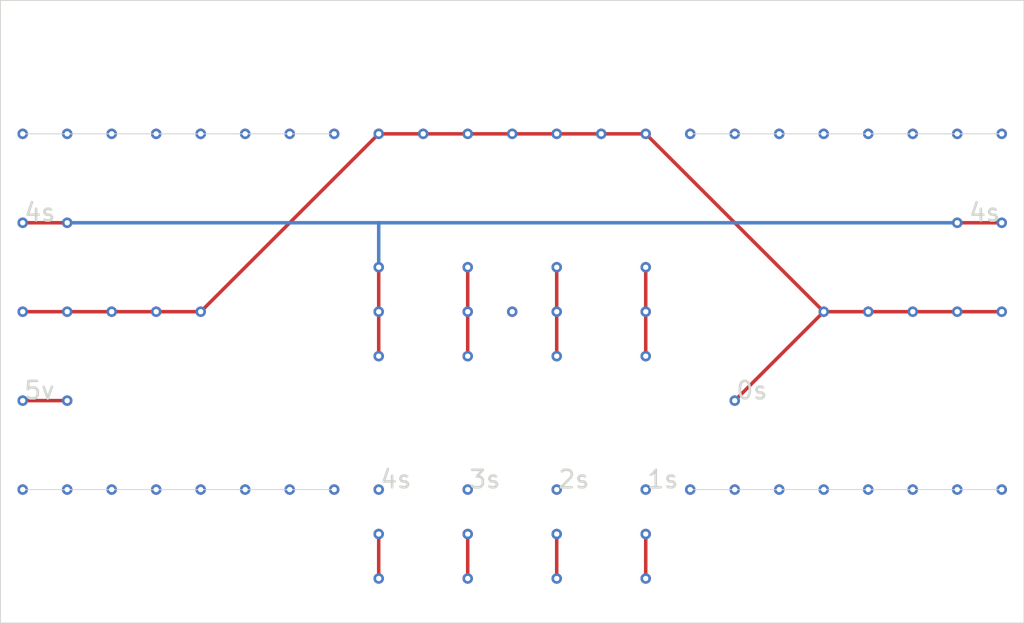
<source format=kicad_pcb>
(kicad_pcb
	(version 20240108)
	(generator "pcbnew")
	(generator_version "8.0")
	(general
		(thickness 1.6)
		(legacy_teardrops no)
	)
	(paper "A4")
	(layers
		(0 "F.Cu" signal)
		(31 "B.Cu" signal)
		(32 "B.Adhes" user "B.Adhesive")
		(33 "F.Adhes" user "F.Adhesive")
		(34 "B.Paste" user)
		(35 "F.Paste" user)
		(36 "B.SilkS" user "B.Silkscreen")
		(37 "F.SilkS" user "F.Silkscreen")
		(38 "B.Mask" user)
		(39 "F.Mask" user)
		(40 "Dwgs.User" user "User.Drawings")
		(41 "Cmts.User" user "User.Comments")
		(42 "Eco1.User" user "User.Eco1")
		(43 "Eco2.User" user "User.Eco2")
		(44 "Edge.Cuts" user)
		(45 "Margin" user)
		(46 "B.CrtYd" user "B.Courtyard")
		(47 "F.CrtYd" user "F.Courtyard")
		(48 "B.Fab" user)
		(49 "F.Fab" user)
		(50 "User.1" user)
		(51 "User.2" user)
		(52 "User.3" user)
		(53 "User.4" user)
		(54 "User.5" user)
		(55 "User.6" user)
		(56 "User.7" user)
		(57 "User.8" user)
		(58 "User.9" user)
	)
	(setup
		(pad_to_mask_clearance 0)
		(allow_soldermask_bridges_in_footprints no)
		(pcbplotparams
			(layerselection 0x00010fc_ffffffff)
			(plot_on_all_layers_selection 0x0000000_00000000)
			(disableapertmacros no)
			(usegerberextensions no)
			(usegerberattributes yes)
			(usegerberadvancedattributes yes)
			(creategerberjobfile yes)
			(dashed_line_dash_ratio 12.000000)
			(dashed_line_gap_ratio 3.000000)
			(svgprecision 4)
			(plotframeref no)
			(viasonmask no)
			(mode 1)
			(useauxorigin no)
			(hpglpennumber 1)
			(hpglpenspeed 20)
			(hpglpendiameter 15.000000)
			(pdf_front_fp_property_popups yes)
			(pdf_back_fp_property_popups yes)
			(dxfpolygonmode yes)
			(dxfimperialunits yes)
			(dxfusepcbnewfont yes)
			(psnegative no)
			(psa4output no)
			(plotreference yes)
			(plotvalue yes)
			(plotfptext yes)
			(plotinvisibletext no)
			(sketchpadsonfab no)
			(subtractmaskfromsilk no)
			(outputformat 1)
			(mirror no)
			(drillshape 1)
			(scaleselection 1)
			(outputdirectory "")
		)
	)
	(net 0 "")
	(gr_line
		(start 182.88 88.9)
		(end 165.1 88.9)
		(stroke
			(width 0.05)
			(type default)
		)
		(layer "Edge.Cuts")
		(uuid "2073f8fa-1799-4602-a168-730710b86766")
	)
	(gr_line
		(start 184.15 116.84)
		(end 125.73 116.84)
		(stroke
			(width 0.05)
			(type default)
		)
		(layer "Edge.Cuts")
		(uuid "bb0095b3-9bd9-412e-a1f8-d1f6b76969fa")
	)
	(gr_line
		(start 165.1 109.22)
		(end 182.88 109.22)
		(stroke
			(width 0.05)
			(type default)
		)
		(layer "Edge.Cuts")
		(uuid "da6a338b-f597-4fa7-8e61-b0db591f302d")
	)
	(gr_line
		(start 127 109.22)
		(end 144.78 109.22)
		(stroke
			(width 0.05)
			(type default)
		)
		(layer "Edge.Cuts")
		(uuid "da7dc1e7-2e97-44c1-8a5b-dd2cb3639190")
	)
	(gr_line
		(start 144.78 88.9)
		(end 127 88.9)
		(stroke
			(width 0.05)
			(type default)
		)
		(layer "Edge.Cuts")
		(uuid "e0c36056-04b8-40c4-b70b-c08a59835c11")
	)
	(gr_line
		(start 125.73 116.84)
		(end 125.73 81.28)
		(stroke
			(width 0.05)
			(type default)
		)
		(layer "Edge.Cuts")
		(uuid "e823d117-7d42-4c6e-bbe4-0b7f07ff3b7c")
	)
	(gr_line
		(start 125.73 81.28)
		(end 184.15 81.28)
		(stroke
			(width 0.05)
			(type default)
		)
		(layer "Edge.Cuts")
		(uuid "f2febaeb-0617-4600-a65f-8627b8c6d8ff")
	)
	(gr_line
		(start 184.15 81.28)
		(end 184.15 116.84)
		(stroke
			(width 0.05)
			(type default)
		)
		(layer "Edge.Cuts")
		(uuid "faaf67e5-1bbd-4b03-b74e-7657470d808c")
	)
	(gr_text "4s"
		(at 147.32 109.22 0)
		(layer "Edge.Cuts")
		(uuid "183e4e35-7279-4f72-87b4-934093ff19a8")
		(effects
			(font
				(size 1 1)
				(thickness 0.15)
			)
			(justify left bottom)
		)
	)
	(gr_text "4s"
		(at 182.88 93.98 0)
		(layer "Edge.Cuts")
		(uuid "339e60bf-6b4f-4dbb-8396-798cbda59411")
		(effects
			(font
				(size 1 1)
				(thickness 0.15)
			)
			(justify right bottom)
		)
	)
	(gr_text "0s"
		(at 167.64 104.14 0)
		(layer "Edge.Cuts")
		(uuid "921eb611-d7ef-4c33-a669-c105c185d36e")
		(effects
			(font
				(size 1 1)
				(thickness 0.15)
			)
			(justify left bottom)
		)
	)
	(gr_text "4s"
		(at 127 93.98 0)
		(layer "Edge.Cuts")
		(uuid "9af4243f-9baa-47b8-82dc-e89d0959842c")
		(effects
			(font
				(size 1 1)
				(thickness 0.15)
			)
			(justify left bottom)
		)
	)
	(gr_text "1s"
		(at 162.56 109.22 0)
		(layer "Edge.Cuts")
		(uuid "b0b941f7-2091-4e1a-8ef7-7e0eca3ba348")
		(effects
			(font
				(size 1 1)
				(thickness 0.15)
			)
			(justify left bottom)
		)
	)
	(gr_text "5v"
		(at 127 104.14 0)
		(layer "Edge.Cuts")
		(uuid "c71c1a77-d40e-4700-b2e0-cc3462d5b337")
		(effects
			(font
				(size 1 1)
				(thickness 0.15)
			)
			(justify left bottom)
		)
	)
	(gr_text "2s"
		(at 157.48 109.22 0)
		(layer "Edge.Cuts")
		(uuid "d25a5870-fa40-4b04-9743-d1f20d6f7aad")
		(effects
			(font
				(size 1 1)
				(thickness 0.15)
			)
			(justify left bottom)
		)
	)
	(gr_text "3s"
		(at 152.4 109.22 0)
		(layer "Edge.Cuts")
		(uuid "ed6b2048-ac6b-4ccf-a89e-d799527ae4ad")
		(effects
			(font
				(size 1 1)
				(thickness 0.15)
			)
			(justify left bottom)
		)
	)
	(segment
		(start 160.02 88.9)
		(end 157.48 88.9)
		(width 0.2)
		(layer "F.Cu")
		(net 0)
		(uuid "02d1768d-3f60-4da8-9111-4b67c23ffde7")
	)
	(segment
		(start 157.48 88.9)
		(end 154.94 88.9)
		(width 0.2)
		(layer "F.Cu")
		(net 0)
		(uuid "0fc76a7f-8e56-462e-aeaf-b1eaac55a3eb")
	)
	(segment
		(start 154.94 88.9)
		(end 152.4 88.9)
		(width 0.2)
		(layer "F.Cu")
		(net 0)
		(uuid "18701bb9-8a9f-43c2-ae46-34729cac2d40")
	)
	(segment
		(start 127 104.14)
		(end 129.54 104.14)
		(width 0.2)
		(layer "F.Cu")
		(net 0)
		(uuid "18856d98-8380-4bc5-a577-e1f35d150cdd")
	)
	(segment
		(start 162.56 96.52)
		(end 162.56 101.6)
		(width 0.2)
		(layer "F.Cu")
		(net 0)
		(uuid "18a6a145-b478-4e98-a045-f1c340982a28")
	)
	(segment
		(start 160.02 88.9)
		(end 162.56 88.9)
		(width 0.2)
		(layer "F.Cu")
		(net 0)
		(uuid "19cd2741-8674-49d7-983a-8d5b2c85baed")
	)
	(segment
		(start 147.32 88.9)
		(end 137.16 99.06)
		(width 0.2)
		(layer "F.Cu")
		(net 0)
		(uuid "2428a081-139a-4149-a824-c801df68ec3a")
	)
	(segment
		(start 172.72 99.06)
		(end 175.26 99.06)
		(width 0.2)
		(layer "F.Cu")
		(net 0)
		(uuid "33ba8014-018f-44eb-9987-33c4a7af19a0")
	)
	(segment
		(start 175.26 99.06)
		(end 177.8 99.06)
		(width 0.2)
		(layer "F.Cu")
		(net 0)
		(uuid "3c702275-8d94-42f3-aaef-20a0547f7e32")
	)
	(segment
		(start 157.48 111.76)
		(end 157.48 114.3)
		(width 0.2)
		(layer "F.Cu")
		(net 0)
		(uuid "4c84f80b-6c6b-4008-8bf0-0145e402bb6a")
	)
	(segment
		(start 157.48 96.52)
		(end 157.48 101.6)
		(width 0.2)
		(layer "F.Cu")
		(net 0)
		(uuid "4e077af4-4325-42bc-ba60-73ea56a3ecbe")
	)
	(segment
		(start 152.4 96.52)
		(end 152.4 101.6)
		(width 0.2)
		(layer "F.Cu")
		(net 0)
		(uuid "5603608b-3c9b-4f32-8f71-960d95b9b531")
	)
	(segment
		(start 134.62 99.06)
		(end 132.08 99.06)
		(width 0.2)
		(layer "F.Cu")
		(net 0)
		(uuid "620d421b-e0c1-4533-b3d2-c666359bbd82")
	)
	(segment
		(start 152.4 111.76)
		(end 152.4 114.3)
		(width 0.2)
		(layer "F.Cu")
		(net 0)
		(uuid "7b438174-255b-4042-9d81-3057ca6f6355")
	)
	(segment
		(start 162.56 111.76)
		(end 162.56 114.3)
		(width 0.2)
		(layer "F.Cu")
		(net 0)
		(uuid "7f48e7c8-6746-47a0-bfda-505fcc085a14")
	)
	(segment
		(start 132.08 99.06)
		(end 129.54 99.06)
		(width 0.2)
		(layer "F.Cu")
		(net 0)
		(uuid "8157d320-b02d-48ec-bbdb-36112862e10e")
	)
	(segment
		(start 167.64 104.14)
		(end 172.72 99.06)
		(width 0.2)
		(layer "F.Cu")
		(net 0)
		(uuid "835a2dcf-b6b5-4906-88ce-6e7113b42aed")
	)
	(segment
		(start 180.34 99.06)
		(end 182.88 99.06)
		(width 0.2)
		(layer "F.Cu")
		(net 0)
		(uuid "857249f3-18a4-4d4c-b0de-cc34c143bda7")
	)
	(segment
		(start 147.32 96.52)
		(end 147.32 101.6)
		(width 0.2)
		(layer "F.Cu")
		(net 0)
		(uuid "8c2bea2d-7a5c-4f68-be0f-c328508e52a6")
	)
	(segment
		(start 127 93.98)
		(end 129.54 93.98)
		(width 0.2)
		(layer "F.Cu")
		(net 0)
		(uuid "9bb36a91-8955-4f48-b6c8-b948e46e8f29")
	)
	(segment
		(start 149.86 88.9)
		(end 147.32 88.9)
		(width 0.2)
		(layer "F.Cu")
		(net 0)
		(uuid "a994237e-bbb0-4ea4-83bf-401d864a159d")
	)
	(segment
		(start 182.88 93.98)
		(end 180.34 93.98)
		(width 0.2)
		(layer "F.Cu")
		(net 0)
		(uuid "b3b97ae9-7e68-432a-9b5b-120fcca7cd5b")
	)
	(segment
		(start 147.32 111.76)
		(end 147.32 114.3)
		(width 0.2)
		(layer "F.Cu")
		(net 0)
		(uuid "b8517693-890c-4f8c-b5b3-bc1a4783e8f7")
	)
	(segment
		(start 177.8 99.06)
		(end 180.34 99.06)
		(width 0.2)
		(layer "F.Cu")
		(net 0)
		(uuid "bd6b3559-b86d-49f4-8dd9-d17ad599fd9d")
	)
	(segment
		(start 129.54 99.06)
		(end 127 99.06)
		(width 0.2)
		(layer "F.Cu")
		(net 0)
		(uuid "c181d651-b28b-4722-a80b-4522c8a13ca2")
	)
	(segment
		(start 137.16 99.06)
		(end 134.62 99.06)
		(width 0.2)
		(layer "F.Cu")
		(net 0)
		(uuid "df195363-afa8-408b-9ba4-9612edb8498a")
	)
	(segment
		(start 152.4 88.9)
		(end 149.86 88.9)
		(width 0.2)
		(layer "F.Cu")
		(net 0)
		(uuid "e1d8f41f-da5d-496d-b184-f2b950d454fc")
	)
	(segment
		(start 172.72 99.06)
		(end 162.56 88.9)
		(width 0.2)
		(layer "F.Cu")
		(net 0)
		(uuid "fbb0a0d7-cc85-4445-95e6-4f73d2043431")
	)
	(via
		(at 167.64 104.14)
		(size 0.6)
		(drill 0.3)
		(layers "F.Cu" "B.Cu")
		(net 0)
		(uuid "030bd1df-6b6d-460e-99c1-cd1842335417")
	)
	(via
		(at 172.72 109.22)
		(size 0.6)
		(drill 0.3)
		(layers "F.Cu" "B.Cu")
		(net 0)
		(uuid "0540f32f-6601-4709-8952-5f26bc6cc603")
	)
	(via
		(at 157.48 109.22)
		(size 0.6)
		(drill 0.3)
		(layers "F.Cu" "B.Cu")
		(net 0)
		(uuid "0df4fb90-607d-4473-9e0d-6365e33ef17b")
	)
	(via
		(at 162.56 88.9)
		(size 0.6)
		(drill 0.3)
		(layers "F.Cu" "B.Cu")
		(net 0)
		(uuid "0e982e34-de8f-4a34-97eb-1dba7d465b2b")
	)
	(via
		(at 147.32 99.06)
		(size 0.6)
		(drill 0.3)
		(layers "F.Cu" "B.Cu")
		(net 0)
		(uuid "10c85fa4-b476-4314-8fc2-23acdf6e9b5c")
	)
	(via
		(at 152.4 88.9)
		(size 0.6)
		(drill 0.3)
		(layers "F.Cu" "B.Cu")
		(net 0)
		(uuid "1a8217af-68f8-452b-aab9-00b88d5a196b")
	)
	(via
		(at 157.48 101.6)
		(size 0.6)
		(drill 0.3)
		(layers "F.Cu" "B.Cu")
		(net 0)
		(uuid "1cea5c78-98c6-48e7-9a06-d3853438575b")
	)
	(via
		(at 152.4 114.3)
		(size 0.6)
		(drill 0.3)
		(layers "F.Cu" "B.Cu")
		(net 0)
		(uuid "231ca6f8-a7cb-47ea-92aa-69cbbc675db5")
	)
	(via
		(at 147.32 109.22)
		(size 0.6)
		(drill 0.3)
		(layers "F.Cu" "B.Cu")
		(net 0)
		(uuid "29733061-f3e7-4cc1-a89f-00fbf321deea")
	)
	(via
		(at 127 88.9)
		(size 0.6)
		(drill 0.3)
		(layers "F.Cu" "B.Cu")
		(net 0)
		(uuid "2cab594f-bcd2-41c1-84f0-503c00da6dc9")
	)
	(via
		(at 182.88 88.9)
		(size 0.6)
		(drill 0.3)
		(layers "F.Cu" "B.Cu")
		(net 0)
		(uuid "2f6b20cb-756b-418d-b1db-cd58a574e716")
	)
	(via
		(at 129.54 104.14)
		(size 0.6)
		(drill 0.3)
		(layers "F.Cu" "B.Cu")
		(net 0)
		(uuid "32a100f2-e909-41a4-a1a9-bd85b2986076")
	)
	(via
		(at 175.26 99.06)
		(size 0.6)
		(drill 0.3)
		(layers "F.Cu" "B.Cu")
		(net 0)
		(uuid "36026fd1-36c8-4eec-bfaa-047dcc1a1ec6")
	)
	(via
		(at 134.62 99.06)
		(size 0.6)
		(drill 0.3)
		(layers "F.Cu" "B.Cu")
		(net 0)
		(uuid "3bf139e3-9239-40b4-a81d-ab399db7a3f9")
	)
	(via
		(at 177.8 99.06)
		(size 0.6)
		(drill 0.3)
		(layers "F.Cu" "B.Cu")
		(net 0)
		(uuid "3d1fc549-468e-4310-a004-895cf17dbc94")
	)
	(via
		(at 127 104.14)
		(size 0.6)
		(drill 0.3)
		(layers "F.Cu" "B.Cu")
		(net 0)
		(uuid "3eb08e0d-2264-4596-b816-ff82f85f6bfe")
	)
	(via
		(at 137.16 88.9)
		(size 0.6)
		(drill 0.3)
		(layers "F.Cu" "B.Cu")
		(net 0)
		(uuid "425bd672-6fb3-485a-bd6f-489e0fc9d9f6")
	)
	(via
		(at 157.48 99.06)
		(size 0.6)
		(drill 0.3)
		(layers "F.Cu" "B.Cu")
		(net 0)
		(uuid "4635408c-bdf4-44f7-ad1d-cbe373d23755")
	)
	(via
		(at 162.56 109.22)
		(size 0.6)
		(drill 0.3)
		(layers "F.Cu" "B.Cu")
		(net 0)
		(uuid "471e8155-24be-4d30-af37-3b3c7616cfa7")
	)
	(via
		(at 167.64 88.9)
		(size 0.6)
		(drill 0.3)
		(layers "F.Cu" "B.Cu")
		(net 0)
		(uuid "4ac37c79-3851-4a52-847d-96c724f8ce93")
	)
	(via
		(at 180.34 99.06)
		(size 0.6)
		(drill 0.3)
		(layers "F.Cu" "B.Cu")
		(net 0)
		(uuid "56be2d3e-c8e3-4f0b-801e-e27c7daf94cc")
	)
	(via
		(at 137.16 99.06)
		(size 0.6)
		(drill 0.3)
		(layers "F.Cu" "B.Cu")
		(net 0)
		(uuid "5a20147c-5f9d-4f70-8cfb-04dc82702ec0")
	)
	(via
		(at 170.18 88.9)
		(size 0.6)
		(drill 0.3)
		(layers "F.Cu" "B.Cu")
		(net 0)
		(uuid "632a5609-32fb-4e2e-96c2-010afbb94c84")
	)
	(via
		(at 182.88 109.22)
		(size 0.6)
		(drill 0.3)
		(layers "F.Cu" "B.Cu")
		(net 0)
		(uuid "649279dc-b6d8-4b34-b738-9d676653b6d0")
	)
	(via
		(at 167.64 109.22)
		(size 0.6)
		(drill 0.3)
		(layers "F.Cu" "B.Cu")
		(net 0)
		(uuid "659acc93-17b9-4dcc-b424-595e93d439d9")
	)
	(via
		(at 127 109.22)
		(size 0.6)
		(drill 0.3)
		(layers "F.Cu" "B.Cu")
		(net 0)
		(uuid "6d6bb6c7-f3b6-4e82-a9e2-8b3154543a0b")
	)
	(via
		(at 162.56 111.76)
		(size 0.6)
		(drill 0.3)
		(layers "F.Cu" "B.Cu")
		(net 0)
		(uuid "6db42ffa-4602-4461-92e7-4ba963e2d359")
	)
	(via
		(at 137.16 109.22)
		(size 0.6)
		(drill 0.3)
		(layers "F.Cu" "B.Cu")
		(net 0)
		(uuid "6e503ec0-474e-4521-90f1-5b5e82a74dcd")
	)
	(via
		(at 132.08 99.06)
		(size 0.6)
		(drill 0.3)
		(layers "F.Cu" "B.Cu")
		(net 0)
		(uuid "6f5815fe-2199-4549-bac5-c8687b1865f0")
	)
	(via
		(at 152.4 101.6)
		(size 0.6)
		(drill 0.3)
		(layers "F.Cu" "B.Cu")
		(net 0)
		(uuid "711a20a6-3b6e-4c52-aceb-d2c7fc57adb5")
	)
	(via
		(at 160.02 88.9)
		(size 0.6)
		(drill 0.3)
		(layers "F.Cu" "B.Cu")
		(net 0)
		(uuid "727cb449-ea4e-46d1-97e2-35c4797a7c93")
	)
	(via
		(at 149.86 88.9)
		(size 0.6)
		(drill 0.3)
		(layers "F.Cu" "B.Cu")
		(net 0)
		(uuid "7eaa1037-c6f4-4f2d-b0ab-686de9f2a1e9")
	)
	(via
		(at 127 99.06)
		(size 0.6)
		(drill 0.3)
		(layers "F.Cu" "B.Cu")
		(net 0)
		(uuid "80d8db25-ed5c-44a5-b56c-b22463bfa95f")
	)
	(via
		(at 152.4 96.52)
		(size 0.6)
		(drill 0.3)
		(layers "F.Cu" "B.Cu")
		(net 0)
		(uuid "8180230c-d1f3-41a4-af3f-c7df55e7c38c")
	)
	(via
		(at 157.48 96.52)
		(size 0.6)
		(drill 0.3)
		(layers "F.Cu" "B.Cu")
		(net 0)
		(uuid "822bc2af-63a6-4bd7-8730-b1dc716ce894")
	)
	(via
		(at 129.54 99.06)
		(size 0.6)
		(drill 0.3)
		(layers "F.Cu" "B.Cu")
		(net 0)
		(uuid "824bf5aa-ed59-47c2-9f9a-a594f80e749e")
	)
	(via
		(at 147.32 101.6)
		(size 0.6)
		(drill 0.3)
		(layers "F.Cu" "B.Cu")
		(net 0)
		(uuid "82b32a1a-b8fd-4053-a736-22de8a09eb97")
	)
	(via
		(at 172.72 99.06)
		(size 0.6)
		(drill 0.3)
		(layers "F.Cu" "B.Cu")
		(net 0)
		(uuid "82fe02b2-2ee6-4f16-9cf6-37d7434f4acf")
	)
	(via
		(at 147.32 111.76)
		(size 0.6)
		(drill 0.3)
		(layers "F.Cu" "B.Cu")
		(net 0)
		(uuid "8321c823-23db-4740-bf90-6db7477cd886")
	)
	(via
		(at 139.7 109.22)
		(size 0.6)
		(drill 0.3)
		(layers "F.Cu" "B.Cu")
		(net 0)
		(uuid "837b5b38-607c-4736-bb19-5eaca68b338b")
	)
	(via
		(at 134.62 109.22)
		(size 0.6)
		(drill 0.3)
		(layers "F.Cu" "B.Cu")
		(net 0)
		(uuid "910d68b0-fccc-4a8d-99d9-416ecb18f551")
	)
	(via
		(at 144.78 88.9)
		(size 0.6)
		(drill 0.3)
		(layers "F.Cu" "B.Cu")
		(net 0)
		(uuid "91cf4c48-8c01-4f4b-8c7f-b7b1b520a24a")
	)
	(via
		(at 162.56 114.3)
		(size 0.6)
		(drill 0.3)
		(layers "F.Cu" "B.Cu")
		(net 0)
		(uuid "9407c9ec-d9b0-47c8-88d3-c524ca6fec86")
	)
	(via
		(at 152.4 99.06)
		(size 0.6)
		(drill 0.3)
		(layers "F.Cu" "B.Cu")
		(net 0)
		(uuid "9488cef7-c062-47c3-b2b8-0bd232e0e1ca")
	)
	(via
		(at 162.56 96.52)
		(size 0.6)
		(drill 0.3)
		(layers "F.Cu" "B.Cu")
		(net 0)
		(uuid "95424d10-9549-4a49-bbe4-cdbeb1c76871")
	)
	(via
		(at 137.16 88.9)
		(size 0.6)
		(drill 0.3)
		(layers "F.Cu" "B.Cu")
		(net 0)
		(uuid "959c7601-96a7-48d0-aac5-8c9a17b82783")
	)
	(via
		(at 142.24 109.22)
		(size 0.6)
		(drill 0.3)
		(layers "F.Cu" "B.Cu")
		(net 0)
		(uuid "9a1aa870-adb9-43f7-82d9-7d5821dd4052")
	)
	(via
		(at 139.7 88.9)
		(size 0.6)
		(drill 0.3)
		(layers "F.Cu" "B.Cu")
		(net 0)
		(uuid "9b33a15d-b327-4673-b16e-3916858cd788")
	)
	(via
		(at 170.18 109.22)
		(size 0.6)
		(drill 0.3)
		(layers "F.Cu" "B.Cu")
		(net 0)
		(uuid "9b606a53-a644-4f95-8f84-d356ce37d8bb")
	)
	(via
		(at 134.62 88.9)
		(size 0.6)
		(drill 0.3)
		(layers "F.Cu" "B.Cu")
		(net 0)
		(uuid "9ca6ed67-b268-4a97-87d4-26c3025cf008")
	)
	(via
		(at 175.26 88.9)
		(size 0.6)
		(drill 0.3)
		(layers "F.Cu" "B.Cu")
		(net 0)
		(uuid "a0227e51-8d8d-449b-b157-241b42ea5f89")
	)
	(via
		(at 172.72 88.9)
		(size 0.6)
		(drill 0.3)
		(layers "F.Cu" "B.Cu")
		(net 0)
		(uuid "a3998761-42b5-4540-967b-1a777db8d1a4")
	)
	(via
		(at 162.56 99.06)
		(size 0.6)
		(drill 0.3)
		(layers "F.Cu" "B.Cu")
		(net 0)
		(uuid "a4563584-3c0c-4d13-90b8-ca231ad9b9bb")
	)
	(via
		(at 152.4 111.76)
		(size 0.6)
		(drill 0.3)
		(layers "F.Cu" "B.Cu")
		(net 0)
		(uuid "a55396f8-e258-4906-b357-ff87638effba")
	)
	(via
		(at 157.48 88.9)
		(size 0.6)
		(drill 0.3)
		(layers "F.Cu" "B.Cu")
		(net 0)
		(uuid "a8e38979-2528-4736-9e31-2f55e46a1815")
	)
	(via
		(at 165.1 88.9)
		(size 0.6)
		(drill 0.3)
		(layers "F.Cu" "B.Cu")
		(net 0)
		(uuid "ab2f136e-7e2f-4985-b998-91c4561deae8")
	)
	(via
		(at 165.1 109.22)
		(size 0.6)
		(drill 0.3)
		(layers "F.Cu" "B.Cu")
		(net 0)
		(uuid "aff6a7f0-e39a-46bd-964e-994beb57ebed")
	)
	(via
		(at 162.56 101.6)
		(size 0.6)
		(drill 0.3)
		(layers "F.Cu" "B.Cu")
		(net 0)
		(uuid "b1ad55db-12c7-4a8f-b34e-422158f8af00")
	)
	(via
		(at 154.94 99.06)
		(size 0.6)
		(drill 0.3)
		(layers "F.Cu" "B.Cu")
		(net 0)
		(uuid "b9bb3e30-7e26-4bad-b66c-14e301bd73ba")
	)
	(via
		(at 182.88 99.06)
		(size 0.6)
		(drill 0.3)
		(layers "F.Cu" "B.Cu")
		(net 0)
		(uuid "be154de1-021e-4d7d-a667-b790ad28fe82")
	)
	(via
		(at 127 93.98)
		(size 0.6)
		(drill 0.3)
		(layers "F.Cu" "B.Cu")
		(net 0)
		(uuid "c03b3189-1852-4608-9db3-f87ef751549b")
	)
	(via
		(at 132.08 109.22)
		(size 0.6)
		(drill 0.3)
		(layers "F.Cu" "B.Cu")
		(net 0)
		(uuid "c1b4495b-2893-4879-91a0-b12c18a9c373")
	)
	(via
		(at 144.78 109.22)
		(size 0.6)
		(drill 0.3)
		(layers "F.Cu" "B.Cu")
		(net 0)
		(uuid "c34e0492-6401-41d2-8ab3-43540153059f")
	)
	(via
		(at 180.34 93.98)
		(size 0.6)
		(drill 0.3)
		(layers "F.Cu" "B.Cu")
		(net 0)
		(uuid "c46db1d9-f095-480b-856e-97b9d3a62c75")
	)
	(via
		(at 142.24 88.9)
		(size 0.6)
		(drill 0.3)
		(layers "F.Cu" "B.Cu")
		(net 0)
		(uuid "cabf59bd-5ec2-4873-95d3-89b4fdacbbd7")
	)
	(via
		(at 154.94 88.9)
		(size 0.6)
		(drill 0.3)
		(layers "F.Cu" "B.Cu")
		(net 0)
		(uuid "cb503d77-792e-4167-90e7-06d36aba6ec8")
	)
	(via
		(at 129.54 88.9)
		(size 0.6)
		(drill 0.3)
		(layers "F.Cu" "B.Cu")
		(net 0)
		(uuid "d83a6dc5-0b77-4f55-b210-3a4cda735e73")
	)
	(via
		(at 157.48 114.3)
		(size 0.6)
		(drill 0.3)
		(layers "F.Cu" "B.Cu")
		(net 0)
		(uuid "dd02e9d4-783a-45d7-a056-7d17a07b51ed")
	)
	(via
		(at 177.8 109.22)
		(size 0.6)
		(drill 0.3)
		(layers "F.Cu" "B.Cu")
		(net 0)
		(uuid "e252752d-30f7-4cd7-8626-ee8f813d66b9")
	)
	(via
		(at 177.8 88.9)
		(size 0.6)
		(drill 0.3)
		(layers "F.Cu" "B.Cu")
		(net 0)
		(uuid "e89bba09-c41c-4319-964e-c207e1fa76d0")
	)
	(via
		(at 132.08 88.9)
		(size 0.6)
		(drill 0.3)
		(layers "F.Cu" "B.Cu")
		(net 0)
		(uuid "e8e7c2be-74dd-434c-bcfd-4d36abc14106")
	)
	(via
		(at 129.54 93.98)
		(size 0.6)
		(drill 0.3)
		(layers "F.Cu" "B.Cu")
		(net 0)
		(uuid "e9c00929-f832-4b87-9c96-303caafce80a")
	)
	(via
		(at 175.26 109.22)
		(size 0.6)
		(drill 0.3)
		(layers "F.Cu" "B.Cu")
		(net 0)
		(uuid "ebbfc5f1-00b8-431b-ae06-56fdb918f5c7")
	)
	(via
		(at 152.4 109.22)
		(size 0.6)
		(drill 0.3)
		(layers "F.Cu" "B.Cu")
		(net 0)
		(uuid "eed46b85-7cc3-4973-b5c3-9eb5d89ddb43")
	)
	(via
		(at 180.34 109.22)
		(size 0.6)
		(drill 0.3)
		(layers "F.Cu" "B.Cu")
		(net 0)
		(uuid "f0dc3d47-cb1e-418e-b9ae-809d9f4fa300")
	)
	(via
		(at 147.32 114.3)
		(size 0.6)
		(drill 0.3)
		(layers "F.Cu" "B.Cu")
		(net 0)
		(uuid "f107b23f-b0cd-433f-a15a-7479827f7a5b")
	)
	(via
		(at 147.32 96.52)
		(size 0.6)
		(drill 0.3)
		(layers "F.Cu" "B.Cu")
		(net 0)
		(uuid "f184de1b-9241-43e5-a2b0-1a26901522c5")
	)
	(via
		(at 147.32 88.9)
		(size 0.6)
		(drill 0.3)
		(layers "F.Cu" "B.Cu")
		(net 0)
		(uuid "f416b3d0-92b7-4550-beb5-9b356cde3f17")
	)
	(via
		(at 180.34 88.9)
		(size 0.6)
		(drill 0.3)
		(layers "F.Cu" "B.Cu")
		(net 0)
		(uuid "f9d04860-11bc-4ae3-b50c-f77b2e0cffad")
	)
	(via
		(at 129.54 109.22)
		(size 0.6)
		(drill 0.3)
		(layers "F.Cu" "B.Cu")
		(net 0)
		(uuid "fa9d407e-82a5-4784-a138-00af9e1454f2")
	)
	(via
		(at 182.88 93.98)
		(size 0.6)
		(drill 0.3)
		(layers "F.Cu" "B.Cu")
		(net 0)
		(uuid "fd41cd1b-bc04-49e5-b3ea-91ff7e19c1f8")
	)
	(via
		(at 157.48 111.76)
		(size 0.6)
		(drill 0.3)
		(layers "F.Cu" "B.Cu")
		(net 0)
		(uuid "ffa0d7f9-bd17-4305-a3a9-92d3d2c22a4d")
	)
	(segment
		(start 147.32 93.98)
		(end 129.54 93.98)
		(width 0.2)
		(layer "B.Cu")
		(net 0)
		(uuid "87be247f-da80-4b2a-aecf-e130e95c5eff")
	)
	(segment
		(start 147.32 93.98)
		(end 180.34 93.98)
		(width 0.2)
		(layer "B.Cu")
		(net 0)
		(uuid "c48bd2d2-1845-4878-aa35-eee848b4b81a")
	)
	(segment
		(start 147.32 96.52)
		(end 147.32 93.98)
		(width 0.2)
		(layer "B.Cu")
		(net 0)
		(uuid "eb7dd55c-97bc-428c-8643-3ffca8655d9e")
	)
)

</source>
